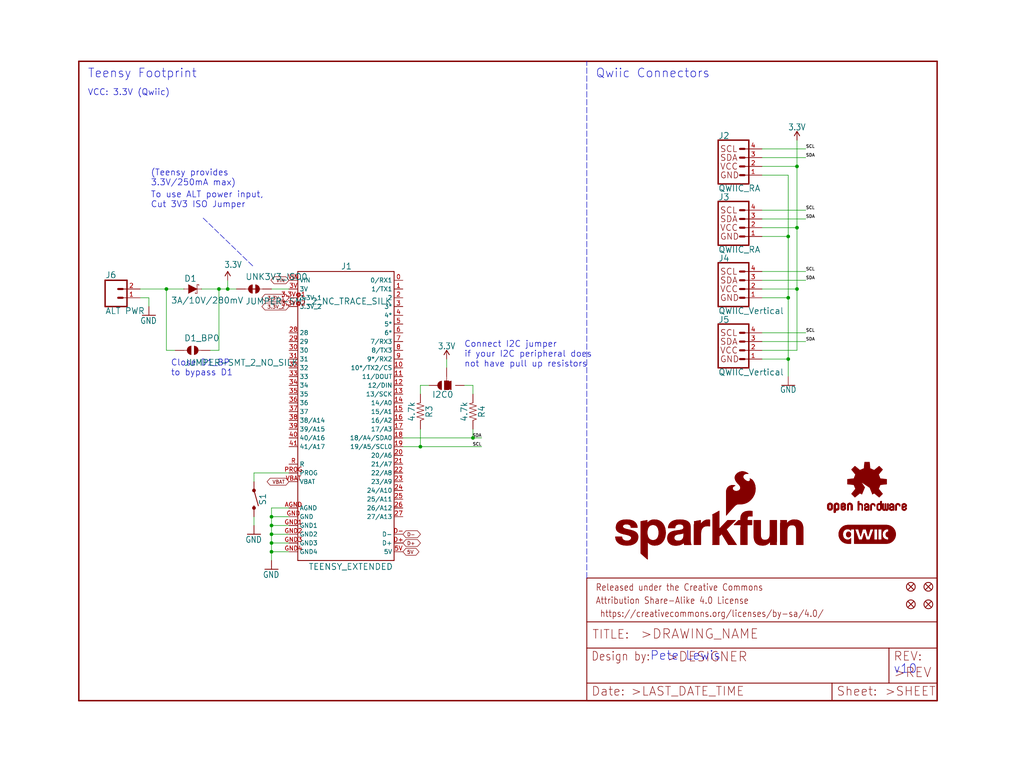
<source format=kicad_sch>
(kicad_sch (version 20211123) (generator eeschema)
  (paper "User" 297.002 223.926)
  (lib_symbols
    (symbol "eagleSchem-eagle-import:3.3V" (power)
      (property "Value" "3.3V" (at 0 2.794 0))
      (symbol "3.3V_1_0"
        (pin power_in line (at 0 0 90) (length 2.54) (name "3.3V") (number "1"))
      )
    )
    (symbol "eagleSchem-eagle-import:4.7KOHM-0603-1{slash}10W-1%"
      (property "Reference" "R" (at 0 1.524 0))
      (property "Value" "4.7KOHM-0603-1{slash}10W-1%" (at 0 -1.524 0))
      (symbol "4.7KOHM-0603-1{slash}10W-1%_1_0"
        (pin passive line (at -5.08 0 0) (length 2.54) (name "1") (number "1"))
        (pin passive line (at 5.08 0 180) (length 2.54) (name "2") (number "2"))
      )
    )
    (symbol "eagleSchem-eagle-import:CONN_021X02_NO_SILK"
      (property "Reference" "J" (at -2.54 5.588 0))
      (property "Value" "CONN_021X02_NO_SILK" (at -2.54 -4.826 0))
      (symbol "CONN_021X02_NO_SILK_1_0"
        (pin passive line (at 7.62 0 180) (length 5.08) (name "1") (number "1"))
        (pin passive line (at 7.62 2.54 180) (length 5.08) (name "2") (number "2"))
      )
    )
    (symbol "eagleSchem-eagle-import:DIODE-SCHOTTKY-BAT60A"
      (property "Reference" "D" (at -2.54 2.032 0))
      (property "Value" "DIODE-SCHOTTKY-BAT60A" (at -2.54 -2.032 0))
      (symbol "DIODE-SCHOTTKY-BAT60A_1_0"
        (pin passive line (at -2.54 0 0) (length 0) (name "A") (number "A"))
        (pin passive line (at 2.54 0 180) (length 0) (name "C") (number "C"))
      )
    )
    (symbol "eagleSchem-eagle-import:FIDUCIAL1X2")
    (symbol "eagleSchem-eagle-import:FRAME-LETTER"
      (symbol "FRAME-LETTER_2_0"
        (text " https://creativecommons.org/licenses/by-sa/4.0/" (at 2.54 24.13 0) (effects (font (size 1.9304 1.6408)) (justify left bottom)))
        (text ">DESIGNER" (at 23.114 11.176 0) (effects (font (size 2.7432 2.7432)) (justify left bottom)))
        (text ">DRAWING_NAME" (at 15.494 17.78 0) (effects (font (size 2.7432 2.7432)) (justify left bottom)))
        (text ">LAST_DATE_TIME" (at 12.7 1.27 0) (effects (font (size 2.54 2.54)) (justify left bottom)))
        (text ">REV" (at 88.9 6.604 0) (effects (font (size 2.7432 2.7432)) (justify left bottom)))
        (text ">SHEET" (at 86.36 1.27 0) (effects (font (size 2.54 2.54)) (justify left bottom)))
        (text "Attribution Share-Alike 4.0 License" (at 2.54 27.94 0) (effects (font (size 1.9304 1.6408)) (justify left bottom)))
        (text "Date:" (at 1.27 1.27 0) (effects (font (size 2.54 2.54)) (justify left bottom)))
        (text "Design by:" (at 1.27 11.43 0) (effects (font (size 2.54 2.159)) (justify left bottom)))
        (text "Released under the Creative Commons" (at 2.54 31.75 0) (effects (font (size 1.9304 1.6408)) (justify left bottom)))
        (text "REV:" (at 88.9 11.43 0) (effects (font (size 2.54 2.54)) (justify left bottom)))
        (text "Sheet:" (at 72.39 1.27 0) (effects (font (size 2.54 2.54)) (justify left bottom)))
        (text "TITLE:" (at 1.524 17.78 0) (effects (font (size 2.54 2.54)) (justify left bottom)))
      )
    )
    (symbol "eagleSchem-eagle-import:GND" (power)
      (property "Value" "GND" (at 0 -0.254 0))
      (symbol "GND_1_0"
        (pin power_in line (at 0 2.54 270) (length 2.54) (name "GND") (number "1"))
      )
    )
    (symbol "eagleSchem-eagle-import:JUMPER-SMT_2_NC_TRACE_SILK"
      (property "Reference" "JP" (at -2.54 2.54 0))
      (property "Value" "JUMPER-SMT_2_NC_TRACE_SILK" (at -2.54 -2.54 0))
      (symbol "JUMPER-SMT_2_NC_TRACE_SILK_1_0"
        (pin passive line (at -5.08 0 0) (length 2.54) (name "1") (number "1"))
        (pin passive line (at 5.08 0 180) (length 2.54) (name "2") (number "2"))
      )
    )
    (symbol "eagleSchem-eagle-import:JUMPER-SMT_2_NO_SILK"
      (property "Reference" "JP" (at -2.54 2.54 0))
      (property "Value" "JUMPER-SMT_2_NO_SILK" (at -2.54 -2.54 0))
      (symbol "JUMPER-SMT_2_NO_SILK_1_0"
        (pin passive line (at -5.08 0 0) (length 2.54) (name "1") (number "1"))
        (pin passive line (at 5.08 0 180) (length 2.54) (name "2") (number "2"))
      )
    )
    (symbol "eagleSchem-eagle-import:JUMPER-SMT_3_NO_SILK"
      (property "Reference" "JP" (at 2.54 0.381 0))
      (property "Value" "JUMPER-SMT_3_NO_SILK" (at 2.54 -0.381 0))
      (symbol "JUMPER-SMT_3_NO_SILK_1_0"
        (pin passive line (at 0 5.08 270) (length 2.54) (name "1") (number "1"))
        (pin passive line (at -5.08 0 0) (length 2.54) (name "2") (number "2"))
        (pin passive line (at 0 -5.08 90) (length 2.54) (name "3") (number "3"))
      )
    )
    (symbol "eagleSchem-eagle-import:MOMENTARY-SWITCH-SPST-SMD-5.2MM-TALL"
      (property "Reference" "S" (at 0 1.524 0))
      (property "Value" "MOMENTARY-SWITCH-SPST-SMD-5.2MM-TALL" (at 0 -0.508 0))
      (symbol "MOMENTARY-SWITCH-SPST-SMD-5.2MM-TALL_1_0"
        (pin passive line (at -5.08 0 0) (length 2.54) (name "1") (number "1"))
        (pin passive line (at 5.08 0 180) (length 2.54) (name "2") (number "3"))
      )
    )
    (symbol "eagleSchem-eagle-import:OSHW-LOGOS")
    (symbol "eagleSchem-eagle-import:QWIIC_CONNECTOR"
      (property "Reference" "J" (at -5.08 7.874 0))
      (property "Value" "QWIIC_CONNECTOR" (at -5.08 -5.334 0))
      (symbol "QWIIC_CONNECTOR_1_0"
        (text "GND" (at -4.572 -2.54 0) (effects (font (size 1.778 1.778)) (justify left)))
        (text "SCL" (at -4.572 5.08 0) (effects (font (size 1.778 1.778)) (justify left)))
        (text "SDA" (at -4.572 2.54 0) (effects (font (size 1.778 1.778)) (justify left)))
        (text "VCC" (at -4.572 0 0) (effects (font (size 1.778 1.778)) (justify left)))
        (pin power_in line (at 7.62 -2.54 180) (length 5.08) (name "1") (number "1"))
        (pin power_in line (at 7.62 0 180) (length 5.08) (name "2") (number "2"))
        (pin passive line (at 7.62 2.54 180) (length 5.08) (name "3") (number "3"))
        (pin passive line (at 7.62 5.08 180) (length 5.08) (name "4") (number "4"))
      )
    )
    (symbol "eagleSchem-eagle-import:QWIIC_CONNECTORJS-1MM"
      (property "Reference" "J" (at -5.08 7.874 0))
      (property "Value" "QWIIC_CONNECTORJS-1MM" (at -5.08 -5.334 0))
      (symbol "QWIIC_CONNECTORJS-1MM_1_0"
        (text "GND" (at -4.572 -2.54 0) (effects (font (size 1.778 1.778)) (justify left)))
        (text "SCL" (at -4.572 5.08 0) (effects (font (size 1.778 1.778)) (justify left)))
        (text "SDA" (at -4.572 2.54 0) (effects (font (size 1.778 1.778)) (justify left)))
        (text "VCC" (at -4.572 0 0) (effects (font (size 1.778 1.778)) (justify left)))
        (pin power_in line (at 7.62 -2.54 180) (length 5.08) (name "1") (number "1"))
        (pin power_in line (at 7.62 0 180) (length 5.08) (name "2") (number "2"))
        (pin passive line (at 7.62 2.54 180) (length 5.08) (name "3") (number "3"))
        (pin passive line (at 7.62 5.08 180) (length 5.08) (name "4") (number "4"))
      )
    )
    (symbol "eagleSchem-eagle-import:QWIIC_LOGO_5MM")
    (symbol "eagleSchem-eagle-import:SFE_LOGO_NAME_FLAME.1_INCH")
    (symbol "eagleSchem-eagle-import:TEENSY_EXTENDEDNO_SILK"
      (property "Value" "TEENSY_EXTENDEDNO_SILK" (at -5.08 -45.974 0))
      (symbol "TEENSY_EXTENDEDNO_SILK_1_0"
        (pin bidirectional line (at 15.24 35.56 180) (length 2.54) (name "0/RX1") (number "0"))
        (pin bidirectional line (at 15.24 33.02 180) (length 2.54) (name "1/TX1") (number "1"))
        (pin bidirectional line (at 15.24 10.16 180) (length 2.54) (name "10*/TX2/CS") (number "10"))
        (pin bidirectional line (at 15.24 7.62 180) (length 2.54) (name "11/DOUT") (number "11"))
        (pin bidirectional line (at 15.24 5.08 180) (length 2.54) (name "12/DIN") (number "12"))
        (pin bidirectional line (at 15.24 2.54 180) (length 2.54) (name "13/SCK") (number "13"))
        (pin bidirectional line (at 15.24 0 180) (length 2.54) (name "14/A0") (number "14"))
        (pin bidirectional line (at 15.24 -2.54 180) (length 2.54) (name "15/A1") (number "15"))
        (pin bidirectional line (at 15.24 -5.08 180) (length 2.54) (name "16/A2") (number "16"))
        (pin bidirectional line (at 15.24 -7.62 180) (length 2.54) (name "17/A3") (number "17"))
        (pin bidirectional line (at 15.24 -10.16 180) (length 2.54) (name "18/A4/SDA0") (number "18"))
        (pin bidirectional line (at 15.24 -12.7 180) (length 2.54) (name "19/A5/SCL0") (number "19"))
        (pin bidirectional line (at 15.24 30.48 180) (length 2.54) (name "2") (number "2"))
        (pin bidirectional line (at 15.24 -15.24 180) (length 2.54) (name "20/A6") (number "20"))
        (pin bidirectional line (at 15.24 -17.78 180) (length 2.54) (name "21/A7") (number "21"))
        (pin bidirectional line (at 15.24 -20.32 180) (length 2.54) (name "22/A8") (number "22"))
        (pin bidirectional line (at 15.24 -22.86 180) (length 2.54) (name "23/A9") (number "23"))
        (pin bidirectional line (at 15.24 -25.4 180) (length 2.54) (name "24/A10") (number "24"))
        (pin bidirectional line (at 15.24 -27.94 180) (length 2.54) (name "25/A11") (number "25"))
        (pin bidirectional line (at 15.24 -30.48 180) (length 2.54) (name "26/A12") (number "26"))
        (pin bidirectional line (at 15.24 -33.02 180) (length 2.54) (name "27/A13") (number "27"))
        (pin bidirectional line (at -17.78 20.32 0) (length 2.54) (name "28") (number "28"))
        (pin bidirectional line (at -17.78 17.78 0) (length 2.54) (name "29") (number "29"))
        (pin bidirectional line (at 15.24 27.94 180) (length 2.54) (name "3*") (number "3"))
        (pin power_in line (at -17.78 30.48 0) (length 2.54) (name "3.3V_1") (number "3.3V@1"))
        (pin power_in line (at -17.78 27.94 0) (length 2.54) (name "3.3V_2") (number "3.3V@2"))
        (pin bidirectional line (at -17.78 15.24 0) (length 2.54) (name "30") (number "30"))
        (pin bidirectional line (at -17.78 12.7 0) (length 2.54) (name "31") (number "31"))
        (pin bidirectional line (at -17.78 10.16 0) (length 2.54) (name "32") (number "32"))
        (pin bidirectional line (at -17.78 7.62 0) (length 2.54) (name "33") (number "33"))
        (pin bidirectional line (at -17.78 5.08 0) (length 2.54) (name "34") (number "34"))
        (pin bidirectional line (at -17.78 2.54 0) (length 2.54) (name "35") (number "35"))
        (pin bidirectional line (at -17.78 0 0) (length 2.54) (name "36") (number "36"))
        (pin bidirectional line (at -17.78 -2.54 0) (length 2.54) (name "37") (number "37"))
        (pin bidirectional line (at -17.78 -5.08 0) (length 2.54) (name "38/A14") (number "38"))
        (pin bidirectional line (at -17.78 -7.62 0) (length 2.54) (name "39/A15") (number "39"))
        (pin power_in line (at -17.78 33.02 0) (length 2.54) (name "3V") (number "3V"))
        (pin bidirectional line (at 15.24 25.4 180) (length 2.54) (name "4*") (number "4"))
        (pin bidirectional line (at -17.78 -10.16 0) (length 2.54) (name "40/A16") (number "40"))
        (pin bidirectional line (at -17.78 -12.7 0) (length 2.54) (name "41/A17") (number "41"))
        (pin bidirectional line (at 15.24 22.86 180) (length 2.54) (name "5*") (number "5"))
        (pin power_in line (at 15.24 -43.18 180) (length 2.54) (name "5V") (number "5V"))
        (pin bidirectional line (at 15.24 20.32 180) (length 2.54) (name "6*") (number "6"))
        (pin bidirectional line (at 15.24 17.78 180) (length 2.54) (name "7/RX3") (number "7"))
        (pin bidirectional line (at 15.24 15.24 180) (length 2.54) (name "8/TX3") (number "8"))
        (pin bidirectional line (at 15.24 12.7 180) (length 2.54) (name "9*/RX2") (number "9"))
        (pin power_in line (at -17.78 -30.48 0) (length 2.54) (name "AGND") (number "AGND"))
        (pin power_in line (at 15.24 -40.64 180) (length 2.54) (name "D+") (number "D+"))
        (pin power_in line (at 15.24 -38.1 180) (length 2.54) (name "D-") (number "D-"))
        (pin power_in line (at -17.78 -33.02 0) (length 2.54) (name "GND") (number "GND"))
        (pin power_in line (at -17.78 -35.56 0) (length 2.54) (name "GND1") (number "GND1"))
        (pin power_in line (at -17.78 -38.1 0) (length 2.54) (name "GND2") (number "GND2"))
        (pin power_in line (at -17.78 -40.64 0) (length 2.54) (name "GND3") (number "GND3"))
        (pin bidirectional line (at -17.78 -43.18 0) (length 2.54) (name "GND4") (number "GND4"))
        (pin bidirectional line (at -17.78 -20.32 0) (length 2.54) (name "PROG") (number "PROG"))
        (pin bidirectional line (at -17.78 -17.78 0) (length 2.54) (name "R") (number "R"))
        (pin power_in line (at -17.78 -22.86 0) (length 2.54) (name "VBAT") (number "VBAT"))
        (pin power_in line (at -17.78 35.56 0) (length 2.54) (name "VIN") (number "VIN"))
      )
    )
  )
  (junction (at 231.14 83.82))
  (junction (at 228.6 104.14))
  (junction (at 63.5 83.82))
  (junction (at 78.74 160.02))
  (junction (at 66.04 83.82))
  (junction (at 228.6 86.36))
  (junction (at 78.74 154.94))
  (junction (at 78.74 149.86))
  (junction (at 78.74 157.48))
  (junction (at 121.92 129.54))
  (junction (at 48.26 83.82))
  (junction (at 137.16 127))
  (junction (at 228.6 68.58))
  (junction (at 231.14 66.04))
  (junction (at 78.74 152.4))
  (junction (at 231.14 48.26))
  (wire (pts (xy 58.42 83.82) (xy 63.5 83.82)))
  (wire (pts (xy 78.74 160.02) (xy 78.74 162.56)))
  (wire (pts (xy 68.58 83.82) (xy 66.04 83.82)))
  (wire (pts (xy 78.74 152.4) (xy 78.74 154.94)))
  (wire (pts (xy 63.5 101.6) (xy 60.96 101.6)))
  (wire (pts (xy 83.82 147.32) (xy 78.74 147.32)))
  (wire (pts (xy 220.98 81.28) (xy 233.68 81.28)))
  (wire (pts (xy 231.14 66.04) (xy 231.14 83.82)))
  (polyline (pts (xy 170.18 167.64) (xy 170.18 17.78)))
  (wire (pts (xy 129.54 104.14) (xy 129.54 106.68)))
  (wire (pts (xy 121.92 129.54) (xy 139.7 129.54)))
  (wire (pts (xy 83.82 152.4) (xy 78.74 152.4)))
  (wire (pts (xy 228.6 68.58) (xy 220.98 68.58)))
  (wire (pts (xy 50.8 101.6) (xy 48.26 101.6)))
  (wire (pts (xy 43.18 86.36) (xy 43.18 88.9)))
  (wire (pts (xy 73.66 137.16) (xy 73.66 139.7)))
  (wire (pts (xy 78.74 149.86) (xy 78.74 152.4)))
  (wire (pts (xy 220.98 78.74) (xy 233.68 78.74)))
  (wire (pts (xy 220.98 99.06) (xy 233.68 99.06)))
  (wire (pts (xy 83.82 83.82) (xy 78.74 83.82)))
  (wire (pts (xy 220.98 96.52) (xy 233.68 96.52)))
  (wire (pts (xy 137.16 127) (xy 139.7 127)))
  (wire (pts (xy 78.74 147.32) (xy 78.74 149.86)))
  (wire (pts (xy 43.18 86.36) (xy 40.64 86.36)))
  (wire (pts (xy 116.84 129.54) (xy 121.92 129.54)))
  (wire (pts (xy 78.74 157.48) (xy 78.74 160.02)))
  (wire (pts (xy 83.82 157.48) (xy 78.74 157.48)))
  (wire (pts (xy 220.98 104.14) (xy 228.6 104.14)))
  (wire (pts (xy 228.6 104.14) (xy 228.6 109.22)))
  (wire (pts (xy 220.98 60.96) (xy 233.68 60.96)))
  (wire (pts (xy 220.98 86.36) (xy 228.6 86.36)))
  (wire (pts (xy 116.84 127) (xy 137.16 127)))
  (wire (pts (xy 83.82 154.94) (xy 78.74 154.94)))
  (wire (pts (xy 137.16 111.76) (xy 134.62 111.76)))
  (wire (pts (xy 228.6 50.8) (xy 220.98 50.8)))
  (wire (pts (xy 66.04 83.82) (xy 66.04 81.28)))
  (wire (pts (xy 228.6 104.14) (xy 228.6 86.36)))
  (wire (pts (xy 220.98 48.26) (xy 231.14 48.26)))
  (polyline (pts (xy 58.928 63.246) (xy 73.66 77.47)))
  (wire (pts (xy 63.5 83.82) (xy 63.5 101.6)))
  (wire (pts (xy 73.66 152.4) (xy 73.66 149.86)))
  (wire (pts (xy 220.98 63.5) (xy 233.68 63.5)))
  (wire (pts (xy 137.16 114.3) (xy 137.16 111.76)))
  (wire (pts (xy 220.98 45.72) (xy 233.68 45.72)))
  (wire (pts (xy 48.26 83.82) (xy 53.34 83.82)))
  (wire (pts (xy 231.14 48.26) (xy 231.14 66.04)))
  (wire (pts (xy 124.46 111.76) (xy 121.92 111.76)))
  (wire (pts (xy 63.5 83.82) (xy 66.04 83.82)))
  (wire (pts (xy 83.82 160.02) (xy 78.74 160.02)))
  (wire (pts (xy 228.6 68.58) (xy 228.6 50.8)))
  (wire (pts (xy 220.98 83.82) (xy 231.14 83.82)))
  (wire (pts (xy 121.92 111.76) (xy 121.92 114.3)))
  (wire (pts (xy 231.14 48.26) (xy 231.14 40.64)))
  (wire (pts (xy 48.26 101.6) (xy 48.26 83.82)))
  (wire (pts (xy 137.16 124.46) (xy 137.16 127)))
  (wire (pts (xy 231.14 66.04) (xy 220.98 66.04)))
  (wire (pts (xy 231.14 83.82) (xy 231.14 101.6)))
  (wire (pts (xy 78.74 154.94) (xy 78.74 157.48)))
  (wire (pts (xy 228.6 86.36) (xy 228.6 68.58)))
  (wire (pts (xy 220.98 43.18) (xy 233.68 43.18)))
  (wire (pts (xy 40.64 83.82) (xy 48.26 83.82)))
  (wire (pts (xy 121.92 124.46) (xy 121.92 129.54)))
  (wire (pts (xy 231.14 101.6) (xy 220.98 101.6)))
  (wire (pts (xy 83.82 149.86) (xy 78.74 149.86)))
  (wire (pts (xy 83.82 137.16) (xy 73.66 137.16)))
  (text "Teensy Footprint" (at 25.4 22.86 180) (effects (font (size 2.54 2.54)) (justify left bottom)))
  (text "To use ALT power input,\nCut 3V3 ISO Jumper" (at 43.688 60.452 180) (effects (font (size 1.778 1.778)) (justify left bottom)))
  (text "(Teensy provides\n3.3V/250mA max)" (at 43.688 54.102 180) (effects (font (size 1.778 1.778)) (justify left bottom)))
  (text "VCC: 3.3V (Qwiic)" (at 25.4 27.94 180) (effects (font (size 1.778 1.778)) (justify left bottom)))
  (text "Close D1_BP\nto bypass D1" (at 49.53 109.22 180) (effects (font (size 1.778 1.778)) (justify left bottom)))
  (text "Connect I2C jumper\nif your I2C peripheral does\nnot have pull up resistors" (at 134.62 106.68 0) (effects (font (size 1.778 1.778)) (justify left bottom)))
  (text "Qwiic Connectors" (at 172.72 22.86 180) (effects (font (size 2.54 2.54)) (justify left bottom)))
  (text "Pete Lewis" (at 188.468 191.77 180) (effects (font (size 2.54 2.54)) (justify left bottom)))
  (text "v10" (at 259.08 195.58 180) (effects (font (size 2.54 2.54)) (justify left bottom)))
  (label "SDA" (at 233.68 45.72 0) (effects (font (size 0.889 0.889))))
  (label "SDA" (at 233.68 63.5 0) (effects (font (size 0.889 0.889))))
  (label "SDA" (at 139.7 127 180) (effects (font (size 0.889 0.889))))
  (label "SDA" (at 233.68 99.06 0) (effects (font (size 0.889 0.889))))
  (label "SCL" (at 233.68 96.52 0) (effects (font (size 0.889 0.889))))
  (label "SDA" (at 233.68 81.28 0) (effects (font (size 0.889 0.889))))
  (label "SCL" (at 233.68 43.18 0) (effects (font (size 0.889 0.889))))
  (label "SCL" (at 233.68 78.74 0) (effects (font (size 0.889 0.889))))
  (label "SCL" (at 139.7 129.54 180) (effects (font (size 0.889 0.889))))
  (label "SCL" (at 233.68 60.96 0) (effects (font (size 0.889 0.889))))
  (global_label "D-" (shape bidirectional) (at 116.84 154.94 0) (effects (font (size 1.016 1.016))) (property "Intersheet References" "${INTERSHEET_REFS}" (effects hide)))
  (global_label "3.3V_1" (shape bidirectional) (at 83.82 86.36 180) (effects (font (size 1.016 1.016))) (property "Intersheet References" "${INTERSHEET_REFS}" (effects hide)))
  (global_label "3.3V_2" (shape bidirectional) (at 83.82 88.9 180) (effects (font (size 1.016 1.016))) (property "Intersheet References" "${INTERSHEET_REFS}" (effects hide)))
  (global_label "VIN" (shape bidirectional) (at 83.82 81.28 180) (effects (font (size 1.016 1.016))) (property "Intersheet References" "${INTERSHEET_REFS}" (effects hide)))
  (global_label "VBAT" (shape bidirectional) (at 83.82 139.7 180) (effects (font (size 1.016 1.016))) (property "Intersheet References" "${INTERSHEET_REFS}" (effects hide)))
  (global_label "5V" (shape bidirectional) (at 116.84 160.02 0) (effects (font (size 1.016 1.016))) (property "Intersheet References" "${INTERSHEET_REFS}" (effects hide)))
  (global_label "D+" (shape bidirectional) (at 116.84 157.48 0) (effects (font (size 1.016 1.016))) (property "Intersheet References" "${INTERSHEET_REFS}" (effects hide)))
  (symbol (lib_id "eagleSchem-eagle-import:DIODE-SCHOTTKY-BAT60A") (at 55.88 83.82 0) (unit 1)
    (property "Reference" "D1" (at 53.34 81.788 0) (effects (font (size 1.778 1.778)) (justify left bottom)))
    (property "Value" "3A/10V/280mV" (at 49.53 86.106 0) (effects (font (size 1.778 1.778)) (justify left top)))
    (property "Footprint" "eagleSchem:SOD-323" (effects hide))
  )
  (symbol (lib_id "eagleSchem-eagle-import:GND") (at 43.18 91.44 0) (unit 1)
    (property "Reference" "#GND2" (effects hide))
    (property "Value" "GND" (at 40.64 93.98 0) (effects (font (size 1.778 1.5113)) (justify left bottom)))
    (property "Footprint" "eagleSchem:" (effects hide))
  )
  (symbol (lib_id "eagleSchem-eagle-import:JUMPER-SMT_2_NO_SILK") (at 55.88 101.6 0) (unit 1)
    (property "Reference" "D1_BP0" (at 53.34 99.06 0) (effects (font (size 1.778 1.778)) (justify left bottom)))
    (property "Value" "JUMPER-SMT_2_NO_SILK" (at 53.34 104.14 0) (effects (font (size 1.778 1.778)) (justify left top)))
    (property "Footprint" "eagleSchem:SMT-JUMPER_2_NO_SILK" (effects hide))
  )
  (symbol (lib_id "eagleSchem-eagle-import:FIDUCIAL1X2") (at 269.24 170.18 0) (unit 1)
    (property "Reference" "FD1" (effects hide))
    (property "Value" "FIDUCIAL1X2" (effects hide))
    (property "Footprint" "eagleSchem:FIDUCIAL-1X2" (effects hide))
  )
  (symbol (lib_id "eagleSchem-eagle-import:OSHW-LOGOS") (at 251.46 139.7 0) (unit 1)
    (property "Reference" "LOGO3" (effects hide))
    (property "Value" "OSHW-LOGOS" (effects hide))
    (property "Footprint" "eagleSchem:OSHW-LOGO-S" (effects hide))
  )
  (symbol (lib_id "eagleSchem-eagle-import:QWIIC_CONNECTORJS-1MM") (at 213.36 66.04 0) (unit 1)
    (property "Reference" "J3" (at 208.28 58.166 0) (effects (font (size 1.778 1.778)) (justify left bottom)))
    (property "Value" "QWIIC_RA" (at 208.28 71.374 0) (effects (font (size 1.778 1.778)) (justify left top)))
    (property "Footprint" "eagleSchem:JST04_1MM_RA" (effects hide))
  )
  (symbol (lib_id "eagleSchem-eagle-import:JUMPER-SMT_3_NO_SILK") (at 129.54 111.76 90) (mirror x) (unit 1)
    (property "Reference" "I2C0" (at 131.572 115.443 90) (effects (font (size 1.778 1.778)) (justify left bottom)))
    (property "Value" "JUMPER-SMT_3_NO_SILK" (effects hide))
    (property "Footprint" "eagleSchem:SMT-JUMPER_3_NO_SILK" (effects hide))
  )
  (symbol (lib_id "eagleSchem-eagle-import:JUMPER-SMT_2_NC_TRACE_SILK") (at 73.66 83.82 0) (unit 1)
    (property "Reference" "UNK3V3_ISO0" (at 71.12 81.28 0) (effects (font (size 1.778 1.778)) (justify left bottom)))
    (property "Value" "JUMPER-SMT_2_NC_TRACE_SILK" (at 71.12 86.36 0) (effects (font (size 1.778 1.778)) (justify left top)))
    (property "Footprint" "eagleSchem:SMT-JUMPER_2_NC_TRACE_SILK" (effects hide))
  )
  (symbol (lib_id "eagleSchem-eagle-import:QWIIC_LOGO_5MM") (at 251.46 154.94 0) (unit 1)
    (property "Reference" "LOGO4" (effects hide))
    (property "Value" "QWIIC_LOGO_5MM" (effects hide))
    (property "Footprint" "eagleSchem:QWIIC_5MM" (effects hide))
  )
  (symbol (lib_id "eagleSchem-eagle-import:4.7KOHM-0603-1{slash}10W-1%") (at 121.92 119.38 270) (mirror x) (unit 1)
    (property "Reference" "R3" (at 123.444 119.38 0) (effects (font (size 1.778 1.778)) (justify bottom)))
    (property "Value" "4.7k" (at 120.396 119.38 0) (effects (font (size 1.778 1.778)) (justify top)))
    (property "Footprint" "eagleSchem:0603" (effects hide))
  )
  (symbol (lib_id "eagleSchem-eagle-import:FRAME-LETTER") (at 170.18 203.2 0) (unit 2)
    (property "Reference" "FRAME1" (effects hide))
    (property "Value" "FRAME-LETTER" (effects hide))
    (property "Footprint" "eagleSchem:CREATIVE_COMMONS" (effects hide))
  )
  (symbol (lib_id "eagleSchem-eagle-import:FIDUCIAL1X2") (at 264.16 170.18 0) (unit 1)
    (property "Reference" "FD2" (effects hide))
    (property "Value" "FIDUCIAL1X2" (effects hide))
    (property "Footprint" "eagleSchem:FIDUCIAL-1X2" (effects hide))
  )
  (symbol (lib_id "eagleSchem-eagle-import:SFE_LOGO_NAME_FLAME.1_INCH") (at 177.8 162.56 0) (unit 1)
    (property "Reference" "LOGO2" (effects hide))
    (property "Value" "SFE_LOGO_NAME_FLAME.1_INCH" (effects hide))
    (property "Footprint" "eagleSchem:SFE_LOGO_NAME_FLAME_.1" (effects hide))
  )
  (symbol (lib_id "eagleSchem-eagle-import:FIDUCIAL1X2") (at 264.16 175.26 0) (unit 1)
    (property "Reference" "FD3" (effects hide))
    (property "Value" "FIDUCIAL1X2" (effects hide))
    (property "Footprint" "eagleSchem:FIDUCIAL-1X2" (effects hide))
  )
  (symbol (lib_id "eagleSchem-eagle-import:TEENSY_EXTENDEDNO_SILK") (at 101.6 116.84 0) (unit 1)
    (property "Reference" "J1" (at 98.806 78.232 0) (effects (font (size 1.778 1.778)) (justify left bottom)))
    (property "Value" "TEENSY_EXTENDED" (at 89.408 163.322 0) (effects (font (size 1.778 1.778)) (justify left top)))
    (property "Footprint" "eagleSchem:TEENSY_EXTENDED_NO_SILK" (effects hide))
  )
  (symbol (lib_id "eagleSchem-eagle-import:GND") (at 78.74 165.1 0) (unit 1)
    (property "Reference" "#GND3" (effects hide))
    (property "Value" "GND" (at 76.2 167.64 0) (effects (font (size 1.778 1.5113)) (justify left bottom)))
    (property "Footprint" "eagleSchem:" (effects hide))
  )
  (symbol (lib_id "eagleSchem-eagle-import:QWIIC_CONNECTORJS-1MM") (at 213.36 48.26 0) (unit 1)
    (property "Reference" "J2" (at 208.28 40.386 0) (effects (font (size 1.778 1.778)) (justify left bottom)))
    (property "Value" "QWIIC_RA" (at 208.28 53.594 0) (effects (font (size 1.778 1.778)) (justify left top)))
    (property "Footprint" "eagleSchem:JST04_1MM_RA" (effects hide))
  )
  (symbol (lib_id "eagleSchem-eagle-import:SFE_LOGO_NAME_FLAME.1_INCH") (at 177.8 162.56 0) (unit 1)
    (property "Reference" "LOGO1" (effects hide))
    (property "Value" "SFE_LOGO_NAME_FLAME.1_INCH" (effects hide))
    (property "Footprint" "eagleSchem:SFE_LOGO_NAME_FLAME_.1" (effects hide))
  )
  (symbol (lib_id "eagleSchem-eagle-import:QWIIC_CONNECTOR") (at 213.36 83.82 0) (unit 1)
    (property "Reference" "J4" (at 208.28 75.946 0) (effects (font (size 1.778 1.778)) (justify left bottom)))
    (property "Value" "QWIIC_Vertical" (at 208.28 89.154 0) (effects (font (size 1.778 1.778)) (justify left top)))
    (property "Footprint" "eagleSchem:JST04_1MM_VERT" (effects hide))
  )
  (symbol (lib_id "eagleSchem-eagle-import:MOMENTARY-SWITCH-SPST-SMD-5.2MM-TALL") (at 73.66 144.78 270) (unit 1)
    (property "Reference" "S1" (at 75.184 144.78 0) (effects (font (size 1.778 1.778)) (justify bottom)))
    (property "Value" "SMD_5.2MM" (effects hide))
    (property "Footprint" "eagleSchem:TACTILE_SWITCH_SMD_5.2MM" (effects hide))
  )
  (symbol (lib_id "eagleSchem-eagle-import:QWIIC_LOGO_5MM") (at 251.46 154.94 0) (unit 1)
    (property "Reference" "LOGO5" (effects hide))
    (property "Value" "QWIIC_LOGO_5MM" (effects hide))
    (property "Footprint" "eagleSchem:QWIIC_5MM" (effects hide))
  )
  (symbol (lib_id "eagleSchem-eagle-import:QWIIC_CONNECTOR") (at 213.36 101.6 0) (unit 1)
    (property "Reference" "J5" (at 208.28 93.726 0) (effects (font (size 1.778 1.778)) (justify left bottom)))
    (property "Value" "QWIIC_Vertical" (at 208.28 106.934 0) (effects (font (size 1.778 1.778)) (justify left top)))
    (property "Footprint" "eagleSchem:JST04_1MM_VERT" (effects hide))
  )
  (symbol (lib_id "eagleSchem-eagle-import:3.3V") (at 231.14 40.64 0) (unit 1)
    (property "Reference" "#SUPPLY1" (effects hide))
    (property "Value" "3.3V" (at 231.14 37.846 0) (effects (font (size 1.778 1.5113)) (justify bottom)))
    (property "Footprint" "eagleSchem:" (effects hide))
  )
  (symbol (lib_id "eagleSchem-eagle-import:FRAME-LETTER") (at 22.86 203.2 0) (unit 1)
    (property "Reference" "FRAME1" (effects hide))
    (property "Value" "FRAME-LETTER" (effects hide))
    (property "Footprint" "eagleSchem:CREATIVE_COMMONS" (effects hide))
  )
  (symbol (lib_id "eagleSchem-eagle-import:CONN_021X02_NO_SILK") (at 33.02 86.36 0) (unit 1)
    (property "Reference" "J6" (at 30.48 80.772 0) (effects (font (size 1.778 1.778)) (justify left bottom)))
    (property "Value" "ALT PWR" (at 30.48 91.186 0) (effects (font (size 1.778 1.778)) (justify left bottom)))
    (property "Footprint" "eagleSchem:1X02_NO_SILK" (effects hide))
  )
  (symbol (lib_id "eagleSchem-eagle-import:GND") (at 73.66 154.94 0) (unit 1)
    (property "Reference" "#GND4" (effects hide))
    (property "Value" "GND" (at 71.12 157.48 0) (effects (font (size 1.778 1.5113)) (justify left bottom)))
    (property "Footprint" "eagleSchem:" (effects hide))
  )
  (symbol (lib_id "eagleSchem-eagle-import:GND") (at 228.6 111.76 0) (unit 1)
    (property "Reference" "#GND1" (effects hide))
    (property "Value" "GND" (at 228.6 112.014 0) (effects (font (size 1.778 1.5113)) (justify top)))
    (property "Footprint" "eagleSchem:" (effects hide))
  )
  (symbol (lib_id "eagleSchem-eagle-import:FIDUCIAL1X2") (at 269.24 175.26 0) (unit 1)
    (property "Reference" "FD4" (effects hide))
    (property "Value" "FIDUCIAL1X2" (effects hide))
    (property "Footprint" "eagleSchem:FIDUCIAL-1X2" (effects hide))
  )
  (symbol (lib_id "eagleSchem-eagle-import:3.3V") (at 66.04 81.28 0) (unit 1)
    (property "Reference" "#SUPPLY7" (effects hide))
    (property "Value" "3.3V" (at 65.024 77.724 0) (effects (font (size 1.778 1.5113)) (justify left bottom)))
    (property "Footprint" "eagleSchem:" (effects hide))
  )
  (symbol (lib_id "eagleSchem-eagle-import:4.7KOHM-0603-1{slash}10W-1%") (at 137.16 119.38 270) (mirror x) (unit 1)
    (property "Reference" "R4" (at 138.684 119.38 0) (effects (font (size 1.778 1.778)) (justify bottom)))
    (property "Value" "4.7k" (at 135.636 119.38 0) (effects (font (size 1.778 1.778)) (justify top)))
    (property "Footprint" "eagleSchem:0603" (effects hide))
  )
  (symbol (lib_id "eagleSchem-eagle-import:3.3V") (at 129.54 104.14 0) (mirror y) (unit 1)
    (property "Reference" "#SUPPLY4" (effects hide))
    (property "Value" "3.3V" (at 129.54 101.346 0) (effects (font (size 1.778 1.5113)) (justify bottom)))
    (property "Footprint" "eagleSchem:" (effects hide))
  )
)
</source>
